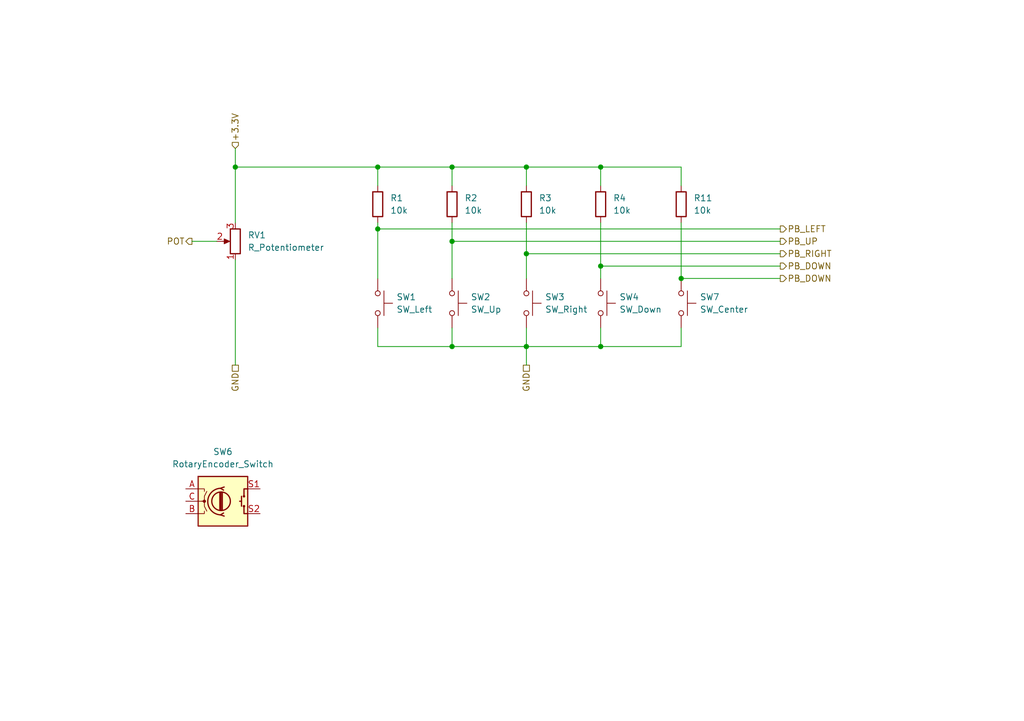
<source format=kicad_sch>
(kicad_sch (version 20231120) (generator "eeschema") (generator_version "8.0")
  (paper "A5")
  (title_block (title "User actions") (date "2024-08-29") (rev "1.0") (company "Designed by CREPP-NLG"))
  (lib_symbols
    (symbol "Device:R" (pin_numbers hide) (pin_names (offset 0))
      (property "Reference" "R" (at 2.032 0 90))
      (property "Value" "R" (at 0 0 90))
      (symbol "R_0_1"
        (rectangle (start -1.016 -2.54) (end 1.016 2.54) (stroke (width 0.254)))
      )
      (symbol "R_1_1"
        (pin passive line (at 0 3.81 270) (length 1.27) (name "~") (number "1"))
        (pin passive line (at 0 -3.81 90) (length 1.27) (name "~") (number "2"))
      )
    )
    (symbol "Device:R_Potentiometer" (pin_names (offset 1.016) hide)
      (property "Reference" "RV" (at -4.445 0 90))
      (property "Value" "R_Potentiometer" (at -2.54 0 90))
      (symbol "R_Potentiometer_0_1"
        (polyline (pts (xy 2.54 0) (xy 1.524 0)))
        (polyline (pts (xy 1.143 0) (xy 2.286 0.508) (xy 2.286 -0.508) (xy 1.143 0)) (fill (type outline)))
        (rectangle (start 1.016 2.54) (end -1.016 -2.54) (stroke (width 0.254)))
      )
      (symbol "R_Potentiometer_1_1"
        (pin passive line (at 0 3.81 270) (length 1.27) (name "1") (number "1"))
        (pin passive line (at 3.81 0 180) (length 1.27) (name "2") (number "2"))
        (pin passive line (at 0 -3.81 90) (length 1.27) (name "3") (number "3"))
      )
    )
    (symbol "Device:RotaryEncoder_Switch" (pin_names (offset 0.254) hide)
      (property "Reference" "SW" (at 0 6.604 0))
      (property "Value" "RotaryEncoder_Switch" (at 0 -6.604 0))
      (symbol "RotaryEncoder_Switch_0_1"
        (rectangle (start -5.08 5.08) (end 5.08 -5.08) (stroke (width 0.254)) (fill (type background)))
        (circle (center -3.81 0) (radius 0.254) (fill (type outline)))
        (circle (center -0.381 0) (radius 1.905) (stroke (width 0.254)))
        (arc (start -0.381 2.667) (mid -3.0988 -0.0635) (end -0.381 -2.794) (stroke (width 0.254)))
        (polyline (pts (xy -0.635 -1.778) (xy -0.635 1.778)) (stroke (width 0.254)))
        (polyline (pts (xy -0.381 -1.778) (xy -0.381 1.778)) (stroke (width 0.254)))
        (polyline (pts (xy -0.127 1.778) (xy -0.127 -1.778)) (stroke (width 0.254)))
        (polyline (pts (xy 3.81 0) (xy 3.429 0)) (stroke (width 0.254)))
        (polyline (pts (xy 3.81 1.016) (xy 3.81 -1.016)) (stroke (width 0.254)))
        (polyline (pts (xy -5.08 -2.54) (xy -3.81 -2.54) (xy -3.81 -2.032)))
        (polyline (pts (xy -5.08 2.54) (xy -3.81 2.54) (xy -3.81 2.032)))
        (polyline (pts (xy 0.254 -3.048) (xy -0.508 -2.794) (xy 0.127 -2.413)) (stroke (width 0.254)))
        (polyline (pts (xy 0.254 2.921) (xy -0.508 2.667) (xy 0.127 2.286)) (stroke (width 0.254)))
        (polyline (pts (xy 5.08 -2.54) (xy 4.318 -2.54) (xy 4.318 -1.016)) (stroke (width 0.254)))
        (polyline (pts (xy 5.08 2.54) (xy 4.318 2.54) (xy 4.318 1.016)) (stroke (width 0.254)))
        (polyline (pts (xy -5.08 0) (xy -3.81 0) (xy -3.81 -1.016) (xy -3.302 -2.032)))
        (polyline (pts (xy -4.318 0) (xy -3.81 0) (xy -3.81 1.016) (xy -3.302 2.032)))
        (circle (center 4.318 -1.016) (radius 0.127) (stroke (width 0.254)))
        (circle (center 4.318 1.016) (radius 0.127) (stroke (width 0.254)))
      )
      (symbol "RotaryEncoder_Switch_1_1"
        (pin passive line (at -7.62 2.54 0) (length 2.54) (name "A") (number "A"))
        (pin passive line (at -7.62 -2.54 0) (length 2.54) (name "B") (number "B"))
        (pin passive line (at -7.62 0 0) (length 2.54) (name "C") (number "C"))
        (pin passive line (at 7.62 2.54 180) (length 2.54) (name "S1") (number "S1"))
        (pin passive line (at 7.62 -2.54 180) (length 2.54) (name "S2") (number "S2"))
      )
    )
    (symbol "Switch:SW_Push" (pin_numbers hide) (pin_names (offset 1.016) hide)
      (property "Reference" "SW" (at 1.27 2.54 0))
      (property "Value" "SW_Push" (at 0 -1.524 0))
      (symbol "SW_Push_0_1"
        (circle (center -2.032 0) (radius 0.508))
        (polyline (pts (xy 0 1.27) (xy 0 3.048)))
        (polyline (pts (xy 2.54 1.27) (xy -2.54 1.27)))
        (circle (center 2.032 0) (radius 0.508))
        (pin passive line (at -5.08 0 0) (length 2.54) (name "1") (number "1"))
        (pin passive line (at 5.08 0 180) (length 2.54) (name "2") (number "2"))
      )
    )
  )
  (junction (at 77.47 34.29))
  (junction (at 123.19 34.29))
  (junction (at 92.71 49.53))
  (junction (at 107.95 52.07))
  (junction (at 107.95 71.12))
  (junction (at 92.71 71.12))
  (junction (at 48.26 34.29))
  (junction (at 139.7 57.15))
  (junction (at 107.95 34.29))
  (junction (at 92.71 34.29))
  (junction (at 123.19 54.61))
  (junction (at 123.19 71.12))
  (junction (at 77.47 46.99))
  (wire (pts (xy 48.26 30.48) (xy 48.26 34.29)))
  (wire (pts (xy 48.26 34.29) (xy 77.47 34.29)))
  (wire (pts (xy 92.71 34.29) (xy 77.47 34.29)))
  (wire (pts (xy 77.47 38.1) (xy 77.47 34.29)))
  (wire (pts (xy 77.47 46.99) (xy 160.02 46.99)))
  (wire (pts (xy 77.47 71.12) (xy 92.71 71.12)))
  (wire (pts (xy 123.19 54.61) (xy 160.02 54.61)))
  (wire (pts (xy 139.7 38.1) (xy 139.7 34.29)))
  (wire (pts (xy 123.19 71.12) (xy 107.95 71.12)))
  (wire (pts (xy 107.95 38.1) (xy 107.95 34.29)))
  (wire (pts (xy 139.7 71.12) (xy 123.19 71.12)))
  (wire (pts (xy 123.19 67.31) (xy 123.19 71.12)))
  (wire (pts (xy 107.95 52.07) (xy 107.95 57.15)))
  (wire (pts (xy 39.37 49.53) (xy 44.45 49.53)))
  (wire (pts (xy 139.7 57.15) (xy 160.02 57.15)))
  (wire (pts (xy 123.19 45.72) (xy 123.19 54.61)))
  (wire (pts (xy 139.7 45.72) (xy 139.7 57.15)))
  (wire (pts (xy 123.19 38.1) (xy 123.19 34.29)))
  (wire (pts (xy 107.95 71.12) (xy 107.95 74.93)))
  (wire (pts (xy 48.26 34.29) (xy 48.26 45.72)))
  (wire (pts (xy 123.19 34.29) (xy 107.95 34.29)))
  (wire (pts (xy 92.71 67.31) (xy 92.71 71.12)))
  (wire (pts (xy 77.47 45.72) (xy 77.47 46.99)))
  (wire (pts (xy 92.71 49.53) (xy 92.71 57.15)))
  (wire (pts (xy 48.26 53.34) (xy 48.26 74.93)))
  (wire (pts (xy 92.71 38.1) (xy 92.71 34.29)))
  (wire (pts (xy 107.95 34.29) (xy 92.71 34.29)))
  (wire (pts (xy 107.95 67.31) (xy 107.95 71.12)))
  (wire (pts (xy 107.95 52.07) (xy 160.02 52.07)))
  (wire (pts (xy 123.19 54.61) (xy 123.19 57.15)))
  (wire (pts (xy 92.71 49.53) (xy 160.02 49.53)))
  (wire (pts (xy 139.7 34.29) (xy 123.19 34.29)))
  (wire (pts (xy 107.95 45.72) (xy 107.95 52.07)))
  (wire (pts (xy 92.71 71.12) (xy 107.95 71.12)))
  (wire (pts (xy 139.7 67.31) (xy 139.7 71.12)))
  (wire (pts (xy 77.47 67.31) (xy 77.47 71.12)))
  (wire (pts (xy 92.71 45.72) (xy 92.71 49.53)))
  (wire (pts (xy 77.47 46.99) (xy 77.47 57.15)))
  (hierarchical_label "PB_RIGHT" (shape output) (at 160.02 52.07 0))
  (hierarchical_label "GND" (shape passive) (at 107.95 74.93 270))
  (hierarchical_label "POT" (shape output) (at 39.37 49.53 180))
  (hierarchical_label "PB_DOWN" (shape output) (at 160.02 57.15 0))
  (hierarchical_label "PB_DOWN" (shape output) (at 160.02 54.61 0))
  (hierarchical_label "GND" (shape passive) (at 48.26 74.93 270))
  (hierarchical_label "PB_LEFT" (shape output) (at 160.02 46.99 0))
  (hierarchical_label "+3.3V" (shape input) (at 48.26 30.48 90))
  (hierarchical_label "PB_UP" (shape output) (at 160.02 49.53 0))
  (symbol (lib_id "Switch:SW_Push") (at 107.95 62.23 270) (unit 1)
    (property "Reference" "SW3" (at 111.76 60.9599 90) (effects (justify left)))
    (property "Value" "SW_Right" (at 111.76 63.4999 90) (effects (justify left)))
    (property "Footprint" "Button_Switch_THT:SW_PUSH_6mm" (effects (hide yes)))
    (property "Description" "Push button switch, generic, two pins" (effects (hide yes)))
  )
  (symbol (lib_id "Switch:SW_Push") (at 77.47 62.23 270) (unit 1)
    (property "Reference" "SW1" (at 81.28 60.9599 90) (effects (justify left)))
    (property "Value" "SW_Left" (at 81.28 63.4999 90) (effects (justify left)))
    (property "Footprint" "Button_Switch_THT:SW_PUSH_6mm" (effects (hide yes)))
    (property "Description" "Push button switch, generic, two pins" (effects (hide yes)))
  )
  (symbol (lib_id "Device:R") (at 123.19 41.91 0) (unit 1)
    (property "Reference" "R4" (at 125.73 40.6399 0) (effects (justify left)))
    (property "Value" "10k" (at 125.73 43.1799 0) (effects (justify left)))
    (property "Footprint" "Resistor_THT:R_Axial_DIN0207_L6.3mm_D2.5mm_P7.62mm_Horizontal" (effects (hide yes)))
    (property "Description" "Resistor" (effects (hide yes)))
  )
  (symbol (lib_id "Switch:SW_Push") (at 92.71 62.23 270) (unit 1)
    (property "Reference" "SW2" (at 96.52 60.9599 90) (effects (justify left)))
    (property "Value" "SW_Up" (at 96.52 63.4999 90) (effects (justify left)))
    (property "Footprint" "Button_Switch_THT:SW_PUSH_6mm" (effects (hide yes)))
    (property "Description" "Push button switch, generic, two pins" (effects (hide yes)))
  )
  (symbol (lib_id "Device:RotaryEncoder_Switch") (at 45.72 102.87 0) (unit 1)
    (property "Reference" "SW6" (at 45.72 92.71 0))
    (property "Value" "RotaryEncoder_Switch" (at 45.72 95.25 0))
    (property "Footprint" "Rotary_Encoder:RotaryEncoder_Alps_EC11E-Switch_Vertical_H20mm" (effects (hide yes)))
    (property "Description" "Rotary encoder, dual channel, incremental quadrate outputs, with switch" (effects (hide yes)))
  )
  (symbol (lib_id "Device:R") (at 92.71 41.91 0) (unit 1)
    (property "Reference" "R2" (at 95.25 40.6399 0) (effects (justify left)))
    (property "Value" "10k" (at 95.25 43.1799 0) (effects (justify left)))
    (property "Footprint" "Resistor_THT:R_Axial_DIN0207_L6.3mm_D2.5mm_P7.62mm_Horizontal" (effects (hide yes)))
    (property "Description" "Resistor" (effects (hide yes)))
  )
  (symbol (lib_id "Device:R") (at 77.47 41.91 0) (unit 1)
    (property "Reference" "R1" (at 80.01 40.6399 0) (effects (justify left)))
    (property "Value" "10k" (at 80.01 43.1799 0) (effects (justify left)))
    (property "Footprint" "Resistor_THT:R_Axial_DIN0207_L6.3mm_D2.5mm_P7.62mm_Horizontal" (effects (hide yes)))
    (property "Description" "Resistor" (effects (hide yes)))
  )
  (symbol (lib_id "Device:R_Potentiometer") (at 48.26 49.53 180) (unit 1)
    (property "Reference" "RV1" (at 50.8 48.2599 0) (effects (justify right)))
    (property "Value" "R_Potentiometer" (at 50.8 50.7999 0) (effects (justify right)))
    (property "Footprint" "Potentiometer_THT:Potentiometer_Alps_RK163_Single_Horizontal" (effects (hide yes)))
    (property "Description" "Potentiometer" (effects (hide yes)))
  )
  (symbol (lib_id "Device:R") (at 139.7 41.91 0) (unit 1)
    (property "Reference" "R11" (at 142.24 40.6399 0) (effects (justify left)))
    (property "Value" "10k" (at 142.24 43.1799 0) (effects (justify left)))
    (property "Footprint" "Resistor_THT:R_Axial_DIN0207_L6.3mm_D2.5mm_P7.62mm_Horizontal" (effects (hide yes)))
    (property "Description" "Resistor" (effects (hide yes)))
  )
  (symbol (lib_id "Switch:SW_Push") (at 139.7 62.23 270) (unit 1)
    (property "Reference" "SW7" (at 143.51 60.9599 90) (effects (justify left)))
    (property "Value" "SW_Center" (at 143.51 63.4999 90) (effects (justify left)))
    (property "Footprint" "Button_Switch_THT:SW_PUSH_6mm" (effects (hide yes)))
    (property "Description" "Push button switch, generic, two pins" (effects (hide yes)))
  )
  (symbol (lib_id "Switch:SW_Push") (at 123.19 62.23 270) (unit 1)
    (property "Reference" "SW4" (at 127 60.9599 90) (effects (justify left)))
    (property "Value" "SW_Down" (at 127 63.4999 90) (effects (justify left)))
    (property "Footprint" "Button_Switch_THT:SW_PUSH_6mm" (effects (hide yes)))
    (property "Description" "Push button switch, generic, two pins" (effects (hide yes)))
  )
  (symbol (lib_id "Device:R") (at 107.95 41.91 0) (unit 1)
    (property "Reference" "R3" (at 110.49 40.6399 0) (effects (justify left)))
    (property "Value" "10k" (at 110.49 43.1799 0) (effects (justify left)))
    (property "Footprint" "Resistor_THT:R_Axial_DIN0207_L6.3mm_D2.5mm_P7.62mm_Horizontal" (effects (hide yes)))
    (property "Description" "Resistor" (effects (hide yes)))
  )
)
</source>
